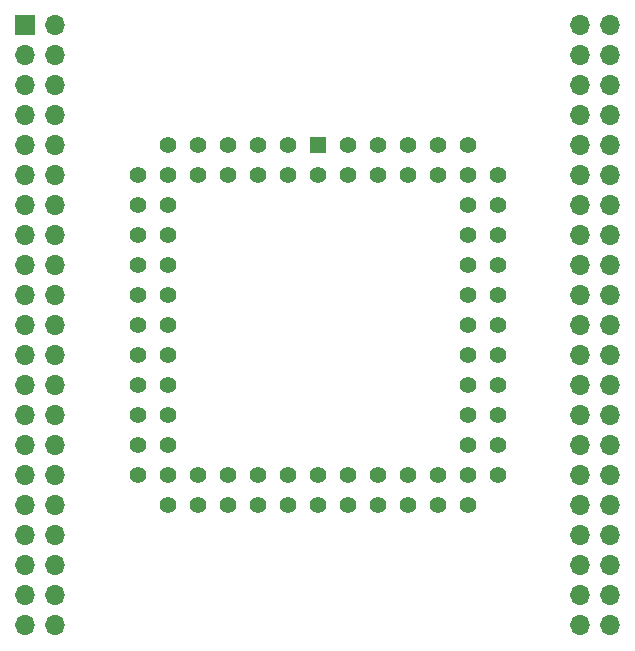
<source format=gbr>
%TF.GenerationSoftware,KiCad,Pcbnew,8.0.7*%
%TF.CreationDate,2025-02-20T00:55:41-06:00*%
%TF.ProjectId,PLCC-84-Socket-Adapter,504c4343-2d38-4342-9d53-6f636b65742d,v1.0*%
%TF.SameCoordinates,Original*%
%TF.FileFunction,Soldermask,Top*%
%TF.FilePolarity,Negative*%
%FSLAX46Y46*%
G04 Gerber Fmt 4.6, Leading zero omitted, Abs format (unit mm)*
G04 Created by KiCad (PCBNEW 8.0.7) date 2025-02-20 00:55:41*
%MOMM*%
%LPD*%
G01*
G04 APERTURE LIST*
%ADD10R,1.422400X1.422400*%
%ADD11C,1.422400*%
%ADD12O,1.700000X1.700000*%
%ADD13R,1.700000X1.700000*%
G04 APERTURE END LIST*
D10*
%TO.C,U1*%
X160020000Y-78740000D03*
D11*
X160020000Y-81280000D03*
X157480000Y-78740000D03*
X157480000Y-81280000D03*
X154940000Y-78740000D03*
X154940000Y-81280000D03*
X152400000Y-78740000D03*
X152400000Y-81280000D03*
X149860000Y-78740000D03*
X149860000Y-81280000D03*
X147320000Y-78740000D03*
X144780000Y-81280000D03*
X147320000Y-81280000D03*
X144780000Y-83820000D03*
X147320000Y-83820000D03*
X144780000Y-86360000D03*
X147320000Y-86360000D03*
X144780000Y-88900000D03*
X147320000Y-88900000D03*
X144780000Y-91440000D03*
X147320000Y-91440000D03*
X144780000Y-93980000D03*
X147320000Y-93980000D03*
X144780000Y-96520000D03*
X147320000Y-96520000D03*
X144780000Y-99060000D03*
X147320000Y-99060000D03*
X144780000Y-101600000D03*
X147320000Y-101600000D03*
X144780000Y-104140000D03*
X147320000Y-104140000D03*
X144780000Y-106680000D03*
X147320000Y-109220000D03*
X147320000Y-106680000D03*
X149860000Y-109220000D03*
X149860000Y-106680000D03*
X152400000Y-109220000D03*
X152400000Y-106680000D03*
X154940000Y-109220000D03*
X154940000Y-106680000D03*
X157480000Y-109220000D03*
X157480000Y-106680000D03*
X160020000Y-109220000D03*
X160020000Y-106680000D03*
X162560000Y-109220000D03*
X162560000Y-106680000D03*
X165100000Y-109220000D03*
X165100000Y-106680000D03*
X167640000Y-109220000D03*
X167640000Y-106680000D03*
X170180000Y-109220000D03*
X170180000Y-106680000D03*
X172720000Y-109220000D03*
X175260000Y-106680000D03*
X172720000Y-106680000D03*
X175260000Y-104140000D03*
X172720000Y-104140000D03*
X175260000Y-101600000D03*
X172720000Y-101600000D03*
X175260000Y-99060000D03*
X172720000Y-99060000D03*
X175260000Y-96520000D03*
X172720000Y-96520000D03*
X175260000Y-93980000D03*
X172720000Y-93980000D03*
X175260000Y-91440000D03*
X172720000Y-91440000D03*
X175260000Y-88900000D03*
X172720000Y-88900000D03*
X175260000Y-86360000D03*
X172720000Y-86360000D03*
X175260000Y-83820000D03*
X172720000Y-83820000D03*
X175260000Y-81280000D03*
X172720000Y-78740000D03*
X172720000Y-81280000D03*
X170180000Y-78740000D03*
X170180000Y-81280000D03*
X167640000Y-78740000D03*
X167640000Y-81280000D03*
X165100000Y-78740000D03*
X165100000Y-81280000D03*
X162560000Y-78740000D03*
X162560000Y-81280000D03*
%TD*%
D12*
%TO.C,J1*%
X137795000Y-68580000D03*
D13*
X135255000Y-68580000D03*
D12*
X137795000Y-71120000D03*
X135255000Y-71120000D03*
X137795000Y-73660000D03*
X135255000Y-73660000D03*
X137795000Y-76200000D03*
X135255000Y-76200000D03*
X137795000Y-78740000D03*
X135255000Y-78740000D03*
X137795000Y-81280000D03*
X135255000Y-81280000D03*
X137795000Y-83820000D03*
X135255000Y-83820000D03*
X137795000Y-86360000D03*
X135255000Y-86360000D03*
X137795000Y-88900000D03*
X135255000Y-88900000D03*
X137795000Y-91440000D03*
X135255000Y-91440000D03*
X137795000Y-93980000D03*
X135255000Y-93980000D03*
X137795000Y-96520000D03*
X135255000Y-96520000D03*
X137795000Y-99060000D03*
X135255000Y-99060000D03*
X137795000Y-101600000D03*
X135255000Y-101600000D03*
X137795000Y-104140000D03*
X135255000Y-104140000D03*
X137795000Y-106680000D03*
X135255000Y-106680000D03*
X137795000Y-109220000D03*
X135255000Y-109220000D03*
X137795000Y-111760000D03*
X135255000Y-111760000D03*
X137795000Y-114300000D03*
X135255000Y-114300000D03*
X137795000Y-116840000D03*
X135255000Y-116840000D03*
X137795000Y-119380000D03*
X135255000Y-119380000D03*
%TD*%
%TO.C,J2*%
X184785000Y-68580000D03*
X182245000Y-68580000D03*
X184785000Y-71120000D03*
X182245000Y-71120000D03*
X184785000Y-73660000D03*
X182245000Y-73660000D03*
X184785000Y-76200000D03*
X182245000Y-76200000D03*
X184785000Y-78740000D03*
X182245000Y-78740000D03*
X184785000Y-81280000D03*
X182245000Y-81280000D03*
X184785000Y-83820000D03*
X182245000Y-83820000D03*
X184785000Y-86360000D03*
X182245000Y-86360000D03*
X184785000Y-88900000D03*
X182245000Y-88900000D03*
X184785000Y-91440000D03*
X182245000Y-91440000D03*
X184785000Y-93980000D03*
X182245000Y-93980000D03*
X184785000Y-96520000D03*
X182245000Y-96520000D03*
X184785000Y-99060000D03*
X182245000Y-99060000D03*
X184785000Y-101600000D03*
X182245000Y-101600000D03*
X184785000Y-104140000D03*
X182245000Y-104140000D03*
X184785000Y-106680000D03*
X182245000Y-106680000D03*
X184785000Y-109220000D03*
X182245000Y-109220000D03*
X184785000Y-111760000D03*
X182245000Y-111760000D03*
X184785000Y-114300000D03*
X182245000Y-114300000D03*
X184785000Y-116840000D03*
X182245000Y-116840000D03*
X184785000Y-119380000D03*
X182245000Y-119380000D03*
%TD*%
M02*

</source>
